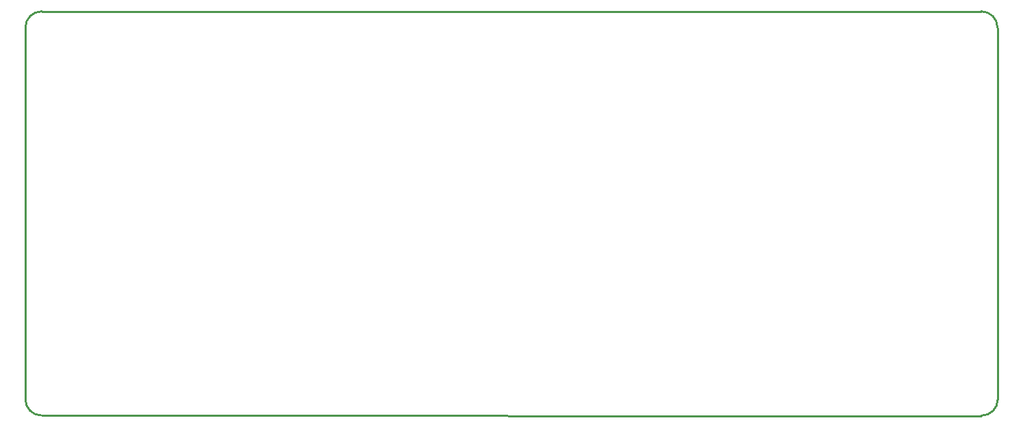
<source format=gko>
G04 Layer: BoardOutlineLayer*
G04 EasyEDA v6.5.5, 2022-07-05 02:26:19*
G04 677f26d251d643acb481b5c6e2656a11,9a5be75d700b4a6385dc1106f27949ae,10*
G04 Gerber Generator version 0.2*
G04 Scale: 100 percent, Rotated: No, Reflected: No *
G04 Dimensions in millimeters *
G04 leading zeros omitted , absolute positions ,4 integer and 5 decimal *
%FSLAX45Y45*%
%MOMM*%

%ADD10C,0.2540*%
D10*
X11836377Y-5003789D02*
G01*
X199999Y-4999989D01*
X12039577Y-203200D02*
G01*
X12039577Y-4803190D01*
X203200Y0D02*
G01*
X11836377Y0D01*
X0Y-4799990D02*
G01*
X0Y-199999D01*
G75*
G01*
X200000Y-4999990D02*
G02*
X0Y-4799990I0J200000D01*
G75*
G01*
X0Y-200000D02*
G02*
X200000Y0I200000J0D01*
G75*
G01*
X11836377Y0D02*
G02*
X12036377Y-200000I0J-200000D01*
G75*
G01*
X12039577Y-4800590D02*
G02*
X11839578Y-5000589I-199999J0D01*

%LPD*%
M02*

</source>
